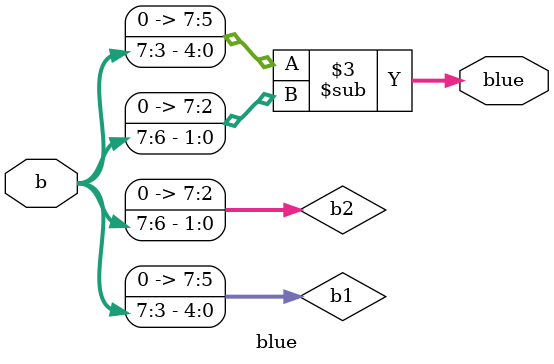
<source format=v>
module blue(blue,b);

input [7:0]b;

output [7:0]blue;

wire [7:0]b1,b2;

assign b1=b>>3'd3;
assign b2=b>>3'd6;

assign blue=b1-b2;

endmodule
</source>
